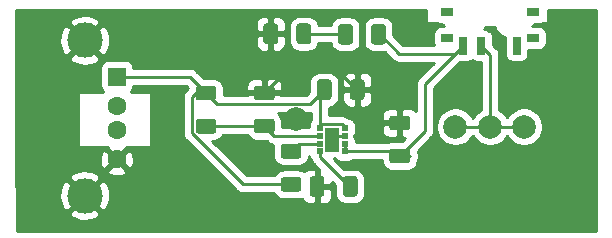
<source format=gbr>
%TF.GenerationSoftware,KiCad,Pcbnew,(5.1.6)-1*%
%TF.CreationDate,2021-03-22T01:22:11+02:00*%
%TF.ProjectId,Yu_9V_charger,59755f39-565f-4636-9861-726765722e6b,rev?*%
%TF.SameCoordinates,Original*%
%TF.FileFunction,Copper,L1,Top*%
%TF.FilePolarity,Positive*%
%FSLAX46Y46*%
G04 Gerber Fmt 4.6, Leading zero omitted, Abs format (unit mm)*
G04 Created by KiCad (PCBNEW (5.1.6)-1) date 2021-03-22 01:22:11*
%MOMM*%
%LPD*%
G01*
G04 APERTURE LIST*
%TA.AperFunction,SMDPad,CuDef*%
%ADD10R,1.000000X0.800000*%
%TD*%
%TA.AperFunction,SMDPad,CuDef*%
%ADD11R,0.700000X1.500000*%
%TD*%
%TA.AperFunction,ViaPad*%
%ADD12C,0.300000*%
%TD*%
%TA.AperFunction,Conductor*%
%ADD13R,1.200000X2.000000*%
%TD*%
%TA.AperFunction,Conductor*%
%ADD14R,0.600000X0.500000*%
%TD*%
%TA.AperFunction,ComponentPad*%
%ADD15C,1.600000*%
%TD*%
%TA.AperFunction,ComponentPad*%
%ADD16R,1.500000X1.600000*%
%TD*%
%TA.AperFunction,ComponentPad*%
%ADD17C,3.000000*%
%TD*%
%TA.AperFunction,ViaPad*%
%ADD18C,2.000000*%
%TD*%
%TA.AperFunction,Conductor*%
%ADD19C,0.250000*%
%TD*%
%TA.AperFunction,Conductor*%
%ADD20C,0.254000*%
%TD*%
G04 APERTURE END LIST*
D10*
%TO.P,SWin1,*%
%TO.N,*%
X157210000Y-62880000D03*
X149910000Y-62880000D03*
X149910000Y-60670000D03*
X157210000Y-60670000D03*
D11*
%TO.P,SWin1,3*%
%TO.N,+9V*%
X151310000Y-63530000D03*
%TO.P,SWin1,2*%
%TO.N,-BATT*%
X152810000Y-63530000D03*
%TO.P,SWin1,1*%
%TO.N,Net-(SWin1-Pad1)*%
X155810000Y-63530000D03*
%TD*%
D12*
%TO.N,GND*%
%TO.C,U1*%
X140200000Y-70760000D03*
X140200000Y-71510000D03*
X140200000Y-72260000D03*
D13*
X140200000Y-71510000D03*
D14*
%TO.N,Net-(Css1-Pad1)*%
X139150000Y-72485000D03*
%TO.N,Net-(Rpg1-Pad2)*%
X139150000Y-71835000D03*
%TO.N,/REF*%
X139150000Y-71185000D03*
%TO.N,+5V*%
X139150000Y-70535000D03*
X141250000Y-70535000D03*
%TO.N,GND*%
X141250000Y-71185000D03*
%TO.N,+9V*%
X141250000Y-71835000D03*
X141250000Y-72485000D03*
%TD*%
%TO.P,Rpg1,2*%
%TO.N,Net-(Rpg1-Pad2)*%
%TA.AperFunction,SMDPad,CuDef*%
G36*
G01*
X137335000Y-73105000D02*
X136085000Y-73105000D01*
G75*
G02*
X135835000Y-72855000I0J250000D01*
G01*
X135835000Y-72105000D01*
G75*
G02*
X136085000Y-71855000I250000J0D01*
G01*
X137335000Y-71855000D01*
G75*
G02*
X137585000Y-72105000I0J-250000D01*
G01*
X137585000Y-72855000D01*
G75*
G02*
X137335000Y-73105000I-250000J0D01*
G01*
G37*
%TD.AperFunction*%
%TO.P,Rpg1,1*%
%TO.N,+5V*%
%TA.AperFunction,SMDPad,CuDef*%
G36*
G01*
X137335000Y-75905000D02*
X136085000Y-75905000D01*
G75*
G02*
X135835000Y-75655000I0J250000D01*
G01*
X135835000Y-74905000D01*
G75*
G02*
X136085000Y-74655000I250000J0D01*
G01*
X137335000Y-74655000D01*
G75*
G02*
X137585000Y-74905000I0J-250000D01*
G01*
X137585000Y-75655000D01*
G75*
G02*
X137335000Y-75905000I-250000J0D01*
G01*
G37*
%TD.AperFunction*%
%TD*%
%TO.P,Rled1,2*%
%TO.N,Net-(Don1-Pad2)*%
%TA.AperFunction,SMDPad,CuDef*%
G36*
G01*
X141945000Y-61945000D02*
X141945000Y-63195000D01*
G75*
G02*
X141695000Y-63445000I-250000J0D01*
G01*
X140945000Y-63445000D01*
G75*
G02*
X140695000Y-63195000I0J250000D01*
G01*
X140695000Y-61945000D01*
G75*
G02*
X140945000Y-61695000I250000J0D01*
G01*
X141695000Y-61695000D01*
G75*
G02*
X141945000Y-61945000I0J-250000D01*
G01*
G37*
%TD.AperFunction*%
%TO.P,Rled1,1*%
%TO.N,+9V*%
%TA.AperFunction,SMDPad,CuDef*%
G36*
G01*
X144745000Y-61945000D02*
X144745000Y-63195000D01*
G75*
G02*
X144495000Y-63445000I-250000J0D01*
G01*
X143745000Y-63445000D01*
G75*
G02*
X143495000Y-63195000I0J250000D01*
G01*
X143495000Y-61945000D01*
G75*
G02*
X143745000Y-61695000I250000J0D01*
G01*
X144495000Y-61695000D01*
G75*
G02*
X144745000Y-61945000I0J-250000D01*
G01*
G37*
%TD.AperFunction*%
%TD*%
%TO.P,Rfbt1,2*%
%TO.N,/REF*%
%TA.AperFunction,SMDPad,CuDef*%
G36*
G01*
X128885000Y-69725000D02*
X130135000Y-69725000D01*
G75*
G02*
X130385000Y-69975000I0J-250000D01*
G01*
X130385000Y-70725000D01*
G75*
G02*
X130135000Y-70975000I-250000J0D01*
G01*
X128885000Y-70975000D01*
G75*
G02*
X128635000Y-70725000I0J250000D01*
G01*
X128635000Y-69975000D01*
G75*
G02*
X128885000Y-69725000I250000J0D01*
G01*
G37*
%TD.AperFunction*%
%TO.P,Rfbt1,1*%
%TO.N,+5V*%
%TA.AperFunction,SMDPad,CuDef*%
G36*
G01*
X128885000Y-66925000D02*
X130135000Y-66925000D01*
G75*
G02*
X130385000Y-67175000I0J-250000D01*
G01*
X130385000Y-67925000D01*
G75*
G02*
X130135000Y-68175000I-250000J0D01*
G01*
X128885000Y-68175000D01*
G75*
G02*
X128635000Y-67925000I0J250000D01*
G01*
X128635000Y-67175000D01*
G75*
G02*
X128885000Y-66925000I250000J0D01*
G01*
G37*
%TD.AperFunction*%
%TD*%
%TO.P,Rfbb1,2*%
%TO.N,GND*%
%TA.AperFunction,SMDPad,CuDef*%
G36*
G01*
X135075000Y-68165000D02*
X133825000Y-68165000D01*
G75*
G02*
X133575000Y-67915000I0J250000D01*
G01*
X133575000Y-67165000D01*
G75*
G02*
X133825000Y-66915000I250000J0D01*
G01*
X135075000Y-66915000D01*
G75*
G02*
X135325000Y-67165000I0J-250000D01*
G01*
X135325000Y-67915000D01*
G75*
G02*
X135075000Y-68165000I-250000J0D01*
G01*
G37*
%TD.AperFunction*%
%TO.P,Rfbb1,1*%
%TO.N,/REF*%
%TA.AperFunction,SMDPad,CuDef*%
G36*
G01*
X135075000Y-70965000D02*
X133825000Y-70965000D01*
G75*
G02*
X133575000Y-70715000I0J250000D01*
G01*
X133575000Y-69965000D01*
G75*
G02*
X133825000Y-69715000I250000J0D01*
G01*
X135075000Y-69715000D01*
G75*
G02*
X135325000Y-69965000I0J-250000D01*
G01*
X135325000Y-70715000D01*
G75*
G02*
X135075000Y-70965000I-250000J0D01*
G01*
G37*
%TD.AperFunction*%
%TD*%
D15*
%TO.P,Jout1,4*%
%TO.N,GND*%
X121960000Y-73160000D03*
%TO.P,Jout1,3*%
%TO.N,Net-(Jout1-Pad3)*%
X121960000Y-70660000D03*
%TO.P,Jout1,2*%
%TO.N,Net-(Jout1-Pad2)*%
X121960000Y-68660000D03*
D16*
%TO.P,Jout1,1*%
%TO.N,+5V*%
X121960000Y-66160000D03*
D17*
%TO.P,Jout1,5*%
%TO.N,GND*%
X119250000Y-76230000D03*
X119250000Y-63090000D03*
%TD*%
%TO.P,Don1,2*%
%TO.N,Net-(Don1-Pad2)*%
%TA.AperFunction,SMDPad,CuDef*%
G36*
G01*
X137165000Y-63155000D02*
X137165000Y-61905000D01*
G75*
G02*
X137415000Y-61655000I250000J0D01*
G01*
X138165000Y-61655000D01*
G75*
G02*
X138415000Y-61905000I0J-250000D01*
G01*
X138415000Y-63155000D01*
G75*
G02*
X138165000Y-63405000I-250000J0D01*
G01*
X137415000Y-63405000D01*
G75*
G02*
X137165000Y-63155000I0J250000D01*
G01*
G37*
%TD.AperFunction*%
%TO.P,Don1,1*%
%TO.N,GND*%
%TA.AperFunction,SMDPad,CuDef*%
G36*
G01*
X134365000Y-63155000D02*
X134365000Y-61905000D01*
G75*
G02*
X134615000Y-61655000I250000J0D01*
G01*
X135365000Y-61655000D01*
G75*
G02*
X135615000Y-61905000I0J-250000D01*
G01*
X135615000Y-63155000D01*
G75*
G02*
X135365000Y-63405000I-250000J0D01*
G01*
X134615000Y-63405000D01*
G75*
G02*
X134365000Y-63155000I0J250000D01*
G01*
G37*
%TD.AperFunction*%
%TD*%
%TO.P,Css1,2*%
%TO.N,GND*%
%TA.AperFunction,SMDPad,CuDef*%
G36*
G01*
X139545000Y-74825000D02*
X139545000Y-76075000D01*
G75*
G02*
X139295000Y-76325000I-250000J0D01*
G01*
X138545000Y-76325000D01*
G75*
G02*
X138295000Y-76075000I0J250000D01*
G01*
X138295000Y-74825000D01*
G75*
G02*
X138545000Y-74575000I250000J0D01*
G01*
X139295000Y-74575000D01*
G75*
G02*
X139545000Y-74825000I0J-250000D01*
G01*
G37*
%TD.AperFunction*%
%TO.P,Css1,1*%
%TO.N,Net-(Css1-Pad1)*%
%TA.AperFunction,SMDPad,CuDef*%
G36*
G01*
X142345000Y-74825000D02*
X142345000Y-76075000D01*
G75*
G02*
X142095000Y-76325000I-250000J0D01*
G01*
X141345000Y-76325000D01*
G75*
G02*
X141095000Y-76075000I0J250000D01*
G01*
X141095000Y-74825000D01*
G75*
G02*
X141345000Y-74575000I250000J0D01*
G01*
X142095000Y-74575000D01*
G75*
G02*
X142345000Y-74825000I0J-250000D01*
G01*
G37*
%TD.AperFunction*%
%TD*%
%TO.P,Cout1,2*%
%TO.N,GND*%
%TA.AperFunction,SMDPad,CuDef*%
G36*
G01*
X141695000Y-67885000D02*
X141695000Y-66635000D01*
G75*
G02*
X141945000Y-66385000I250000J0D01*
G01*
X142695000Y-66385000D01*
G75*
G02*
X142945000Y-66635000I0J-250000D01*
G01*
X142945000Y-67885000D01*
G75*
G02*
X142695000Y-68135000I-250000J0D01*
G01*
X141945000Y-68135000D01*
G75*
G02*
X141695000Y-67885000I0J250000D01*
G01*
G37*
%TD.AperFunction*%
%TO.P,Cout1,1*%
%TO.N,+5V*%
%TA.AperFunction,SMDPad,CuDef*%
G36*
G01*
X138895000Y-67885000D02*
X138895000Y-66635000D01*
G75*
G02*
X139145000Y-66385000I250000J0D01*
G01*
X139895000Y-66385000D01*
G75*
G02*
X140145000Y-66635000I0J-250000D01*
G01*
X140145000Y-67885000D01*
G75*
G02*
X139895000Y-68135000I-250000J0D01*
G01*
X139145000Y-68135000D01*
G75*
G02*
X138895000Y-67885000I0J250000D01*
G01*
G37*
%TD.AperFunction*%
%TD*%
%TO.P,Cin1,2*%
%TO.N,GND*%
%TA.AperFunction,SMDPad,CuDef*%
G36*
G01*
X146545000Y-70705000D02*
X145295000Y-70705000D01*
G75*
G02*
X145045000Y-70455000I0J250000D01*
G01*
X145045000Y-69705000D01*
G75*
G02*
X145295000Y-69455000I250000J0D01*
G01*
X146545000Y-69455000D01*
G75*
G02*
X146795000Y-69705000I0J-250000D01*
G01*
X146795000Y-70455000D01*
G75*
G02*
X146545000Y-70705000I-250000J0D01*
G01*
G37*
%TD.AperFunction*%
%TO.P,Cin1,1*%
%TO.N,+9V*%
%TA.AperFunction,SMDPad,CuDef*%
G36*
G01*
X146545000Y-73505000D02*
X145295000Y-73505000D01*
G75*
G02*
X145045000Y-73255000I0J250000D01*
G01*
X145045000Y-72505000D01*
G75*
G02*
X145295000Y-72255000I250000J0D01*
G01*
X146545000Y-72255000D01*
G75*
G02*
X146795000Y-72505000I0J-250000D01*
G01*
X146795000Y-73255000D01*
G75*
G02*
X146545000Y-73505000I-250000J0D01*
G01*
G37*
%TD.AperFunction*%
%TD*%
D18*
%TO.N,GND*%
X137090000Y-69770000D03*
X143280000Y-70190000D03*
%TO.N,-BATT*%
X156430000Y-70390000D03*
X153580000Y-70390000D03*
X150630000Y-70400000D03*
%TD*%
D19*
%TO.N,GND*%
X142320000Y-67260000D02*
X143100000Y-67260000D01*
X141250000Y-71160000D02*
X141299999Y-71110001D01*
X141250000Y-71185000D02*
X141250000Y-71160000D01*
X134450000Y-67540000D02*
X136660000Y-65330000D01*
X140390000Y-65330000D02*
X142320000Y-67260000D01*
X136660000Y-65330000D02*
X140390000Y-65330000D01*
X140525000Y-71185000D02*
X140200000Y-71510000D01*
X141250000Y-71185000D02*
X140525000Y-71185000D01*
X119260000Y-63100000D02*
X119250000Y-63090000D01*
X119250000Y-75870000D02*
X119250000Y-76230000D01*
%TO.N,+9V*%
X141250000Y-71835000D02*
X141250000Y-72485000D01*
X145525000Y-72485000D02*
X145920000Y-72880000D01*
X141250000Y-72485000D02*
X145525000Y-72485000D01*
X145920000Y-72880000D02*
X146795000Y-72880000D01*
X148060000Y-66780000D02*
X148060000Y-70740000D01*
X148060000Y-70740000D02*
X145920000Y-72880000D01*
X144120000Y-62570000D02*
X144210000Y-62570000D01*
X145860000Y-64220000D02*
X150620000Y-64220000D01*
X144210000Y-62570000D02*
X145860000Y-64220000D01*
X151310000Y-63530000D02*
X150620000Y-64220000D01*
X150620000Y-64220000D02*
X148060000Y-66780000D01*
%TO.N,+5V*%
X141060001Y-70184999D02*
X139339999Y-70184999D01*
X139339999Y-70184999D02*
X139150000Y-70374998D01*
X141250000Y-70374998D02*
X141060001Y-70184999D01*
X139150000Y-70374998D02*
X139150000Y-70535000D01*
X141250000Y-70535000D02*
X141250000Y-70374998D01*
X139150000Y-67630000D02*
X139520000Y-67260000D01*
X139150000Y-70535000D02*
X139150000Y-67630000D01*
X132626810Y-75280000D02*
X136710000Y-75280000D01*
X128309990Y-67875010D02*
X128309990Y-70963180D01*
X128635000Y-67550000D02*
X128309990Y-67875010D01*
X128309990Y-70963180D02*
X132626810Y-75280000D01*
X129510000Y-67550000D02*
X128635000Y-67550000D01*
X121970000Y-66150000D02*
X121960000Y-66160000D01*
X138289990Y-68490010D02*
X130450010Y-68490010D01*
X139520000Y-67260000D02*
X138289990Y-68490010D01*
X130450010Y-68490010D02*
X129510000Y-67550000D01*
X128120000Y-66160000D02*
X121960000Y-66160000D01*
X129510000Y-67550000D02*
X128120000Y-66160000D01*
%TO.N,Net-(Css1-Pad1)*%
X141615000Y-75450000D02*
X141720000Y-75450000D01*
X139150000Y-72985000D02*
X141615000Y-75450000D01*
X139150000Y-72485000D02*
X139150000Y-72985000D01*
%TO.N,Net-(Don1-Pad2)*%
X137830000Y-62570000D02*
X137790000Y-62530000D01*
X141320000Y-62570000D02*
X137830000Y-62570000D01*
%TO.N,Net-(Rpg1-Pad2)*%
X137355000Y-71835000D02*
X139150000Y-71835000D01*
X136710000Y-72480000D02*
X137355000Y-71835000D01*
%TO.N,-BATT*%
X153560000Y-70370000D02*
X153580000Y-70390000D01*
X156430000Y-70390000D02*
X153580000Y-70390000D01*
X150640000Y-70390000D02*
X150630000Y-70400000D01*
X153580000Y-70390000D02*
X150640000Y-70390000D01*
X153580000Y-64300000D02*
X152810000Y-63530000D01*
X153580000Y-70390000D02*
X153580000Y-64300000D01*
%TO.N,/REF*%
X134440000Y-70350000D02*
X134450000Y-70340000D01*
X129510000Y-70350000D02*
X134440000Y-70350000D01*
X135295000Y-71185000D02*
X139150000Y-71185000D01*
X134450000Y-70340000D02*
X135295000Y-71185000D01*
%TD*%
D20*
%TO.N,GND*%
G36*
X148097193Y-61455827D02*
G01*
X148099333Y-61480631D01*
X148106271Y-61504541D01*
X148117740Y-61526638D01*
X148133300Y-61546074D01*
X148152352Y-61562100D01*
X148174165Y-61574101D01*
X148197900Y-61581616D01*
X148224184Y-61584366D01*
X149035802Y-61584366D01*
X149055506Y-61600537D01*
X149165820Y-61659502D01*
X149285518Y-61695812D01*
X149401109Y-61707196D01*
X149557693Y-61788769D01*
X149613148Y-61811081D01*
X149668366Y-61834199D01*
X149677192Y-61836849D01*
X149694541Y-61841928D01*
X149410000Y-61841928D01*
X149285518Y-61854188D01*
X149165820Y-61890498D01*
X149055506Y-61949463D01*
X148958815Y-62028815D01*
X148879463Y-62125506D01*
X148820498Y-62235820D01*
X148784188Y-62355518D01*
X148771928Y-62480000D01*
X148771928Y-63280000D01*
X148784188Y-63404482D01*
X148801029Y-63460000D01*
X146174803Y-63460000D01*
X145383072Y-62668270D01*
X145383072Y-61945000D01*
X145366008Y-61771746D01*
X145315472Y-61605150D01*
X145233405Y-61451614D01*
X145122962Y-61317038D01*
X144988386Y-61206595D01*
X144834850Y-61124528D01*
X144668254Y-61073992D01*
X144495000Y-61056928D01*
X143745000Y-61056928D01*
X143571746Y-61073992D01*
X143405150Y-61124528D01*
X143251614Y-61206595D01*
X143117038Y-61317038D01*
X143006595Y-61451614D01*
X142924528Y-61605150D01*
X142873992Y-61771746D01*
X142856928Y-61945000D01*
X142856928Y-63195000D01*
X142873992Y-63368254D01*
X142924528Y-63534850D01*
X143006595Y-63688386D01*
X143117038Y-63822962D01*
X143251614Y-63933405D01*
X143405150Y-64015472D01*
X143571746Y-64066008D01*
X143745000Y-64083072D01*
X144495000Y-64083072D01*
X144634528Y-64069330D01*
X145296205Y-64731008D01*
X145319999Y-64760001D01*
X145348992Y-64783795D01*
X145348996Y-64783799D01*
X145381577Y-64810537D01*
X145435724Y-64854974D01*
X145567753Y-64925546D01*
X145711014Y-64969003D01*
X145822667Y-64980000D01*
X145822676Y-64980000D01*
X145859999Y-64983676D01*
X145897322Y-64980000D01*
X148785199Y-64980000D01*
X147549003Y-66216196D01*
X147519999Y-66239999D01*
X147481486Y-66286928D01*
X147425026Y-66355724D01*
X147378779Y-66442246D01*
X147354454Y-66487754D01*
X147310997Y-66631015D01*
X147300000Y-66742668D01*
X147300000Y-66742678D01*
X147296324Y-66780000D01*
X147300000Y-66817323D01*
X147300001Y-69069390D01*
X147246185Y-69003815D01*
X147149494Y-68924463D01*
X147039180Y-68865498D01*
X146919482Y-68829188D01*
X146795000Y-68816928D01*
X146205750Y-68820000D01*
X146047000Y-68978750D01*
X146047000Y-69953000D01*
X146067000Y-69953000D01*
X146067000Y-70207000D01*
X146047000Y-70207000D01*
X146047000Y-71181250D01*
X146205750Y-71340000D01*
X146384268Y-71340931D01*
X146108271Y-71616928D01*
X145295000Y-71616928D01*
X145121746Y-71633992D01*
X144955150Y-71684528D01*
X144879432Y-71725000D01*
X142188072Y-71725000D01*
X142188072Y-71585000D01*
X142180367Y-71506766D01*
X142185000Y-71466750D01*
X142174525Y-71456275D01*
X142139502Y-71340820D01*
X142080537Y-71230506D01*
X142043191Y-71185000D01*
X142080537Y-71139494D01*
X142139502Y-71029180D01*
X142174525Y-70913725D01*
X142185000Y-70903250D01*
X142180367Y-70863234D01*
X142188072Y-70785000D01*
X142188072Y-70705000D01*
X144406928Y-70705000D01*
X144419188Y-70829482D01*
X144455498Y-70949180D01*
X144514463Y-71059494D01*
X144593815Y-71156185D01*
X144690506Y-71235537D01*
X144800820Y-71294502D01*
X144920518Y-71330812D01*
X145045000Y-71343072D01*
X145634250Y-71340000D01*
X145793000Y-71181250D01*
X145793000Y-70207000D01*
X144568750Y-70207000D01*
X144410000Y-70365750D01*
X144406928Y-70705000D01*
X142188072Y-70705000D01*
X142188072Y-70285000D01*
X142175812Y-70160518D01*
X142139502Y-70040820D01*
X142080537Y-69930506D01*
X142001185Y-69833815D01*
X141904494Y-69754463D01*
X141794180Y-69695498D01*
X141674482Y-69659188D01*
X141606122Y-69652455D01*
X141600002Y-69644998D01*
X141484277Y-69550025D01*
X141352248Y-69479453D01*
X141271636Y-69455000D01*
X144406928Y-69455000D01*
X144410000Y-69794250D01*
X144568750Y-69953000D01*
X145793000Y-69953000D01*
X145793000Y-68978750D01*
X145634250Y-68820000D01*
X145045000Y-68816928D01*
X144920518Y-68829188D01*
X144800820Y-68865498D01*
X144690506Y-68924463D01*
X144593815Y-69003815D01*
X144514463Y-69100506D01*
X144455498Y-69210820D01*
X144419188Y-69330518D01*
X144406928Y-69455000D01*
X141271636Y-69455000D01*
X141208987Y-69435996D01*
X141097334Y-69424999D01*
X141097323Y-69424999D01*
X141060001Y-69421323D01*
X141022679Y-69424999D01*
X139910000Y-69424999D01*
X139910000Y-68771595D01*
X140068254Y-68756008D01*
X140234850Y-68705472D01*
X140388386Y-68623405D01*
X140522962Y-68512962D01*
X140633405Y-68378386D01*
X140715472Y-68224850D01*
X140742727Y-68135000D01*
X141056928Y-68135000D01*
X141069188Y-68259482D01*
X141105498Y-68379180D01*
X141164463Y-68489494D01*
X141243815Y-68586185D01*
X141340506Y-68665537D01*
X141450820Y-68724502D01*
X141570518Y-68760812D01*
X141695000Y-68773072D01*
X142034250Y-68770000D01*
X142193000Y-68611250D01*
X142193000Y-67387000D01*
X142447000Y-67387000D01*
X142447000Y-68611250D01*
X142605750Y-68770000D01*
X142945000Y-68773072D01*
X143069482Y-68760812D01*
X143189180Y-68724502D01*
X143299494Y-68665537D01*
X143396185Y-68586185D01*
X143475537Y-68489494D01*
X143534502Y-68379180D01*
X143570812Y-68259482D01*
X143583072Y-68135000D01*
X143580000Y-67545750D01*
X143421250Y-67387000D01*
X142447000Y-67387000D01*
X142193000Y-67387000D01*
X141218750Y-67387000D01*
X141060000Y-67545750D01*
X141056928Y-68135000D01*
X140742727Y-68135000D01*
X140766008Y-68058254D01*
X140783072Y-67885000D01*
X140783072Y-66635000D01*
X140766008Y-66461746D01*
X140742728Y-66385000D01*
X141056928Y-66385000D01*
X141060000Y-66974250D01*
X141218750Y-67133000D01*
X142193000Y-67133000D01*
X142193000Y-65908750D01*
X142447000Y-65908750D01*
X142447000Y-67133000D01*
X143421250Y-67133000D01*
X143580000Y-66974250D01*
X143583072Y-66385000D01*
X143570812Y-66260518D01*
X143534502Y-66140820D01*
X143475537Y-66030506D01*
X143396185Y-65933815D01*
X143299494Y-65854463D01*
X143189180Y-65795498D01*
X143069482Y-65759188D01*
X142945000Y-65746928D01*
X142605750Y-65750000D01*
X142447000Y-65908750D01*
X142193000Y-65908750D01*
X142034250Y-65750000D01*
X141695000Y-65746928D01*
X141570518Y-65759188D01*
X141450820Y-65795498D01*
X141340506Y-65854463D01*
X141243815Y-65933815D01*
X141164463Y-66030506D01*
X141105498Y-66140820D01*
X141069188Y-66260518D01*
X141056928Y-66385000D01*
X140742728Y-66385000D01*
X140715472Y-66295150D01*
X140633405Y-66141614D01*
X140522962Y-66007038D01*
X140388386Y-65896595D01*
X140234850Y-65814528D01*
X140068254Y-65763992D01*
X139895000Y-65746928D01*
X139145000Y-65746928D01*
X138971746Y-65763992D01*
X138805150Y-65814528D01*
X138651614Y-65896595D01*
X138517038Y-66007038D01*
X138406595Y-66141614D01*
X138324528Y-66295150D01*
X138273992Y-66461746D01*
X138256928Y-66635000D01*
X138256928Y-67448271D01*
X137975189Y-67730010D01*
X135864260Y-67730010D01*
X135801250Y-67667000D01*
X134577000Y-67667000D01*
X134577000Y-67687000D01*
X134323000Y-67687000D01*
X134323000Y-67667000D01*
X133098750Y-67667000D01*
X133035740Y-67730010D01*
X131023072Y-67730010D01*
X131023072Y-67175000D01*
X131006008Y-67001746D01*
X130979695Y-66915000D01*
X132936928Y-66915000D01*
X132940000Y-67254250D01*
X133098750Y-67413000D01*
X134323000Y-67413000D01*
X134323000Y-66438750D01*
X134577000Y-66438750D01*
X134577000Y-67413000D01*
X135801250Y-67413000D01*
X135960000Y-67254250D01*
X135963072Y-66915000D01*
X135950812Y-66790518D01*
X135914502Y-66670820D01*
X135855537Y-66560506D01*
X135776185Y-66463815D01*
X135679494Y-66384463D01*
X135569180Y-66325498D01*
X135449482Y-66289188D01*
X135325000Y-66276928D01*
X134735750Y-66280000D01*
X134577000Y-66438750D01*
X134323000Y-66438750D01*
X134164250Y-66280000D01*
X133575000Y-66276928D01*
X133450518Y-66289188D01*
X133330820Y-66325498D01*
X133220506Y-66384463D01*
X133123815Y-66463815D01*
X133044463Y-66560506D01*
X132985498Y-66670820D01*
X132949188Y-66790518D01*
X132936928Y-66915000D01*
X130979695Y-66915000D01*
X130955472Y-66835150D01*
X130873405Y-66681614D01*
X130762962Y-66547038D01*
X130628386Y-66436595D01*
X130474850Y-66354528D01*
X130308254Y-66303992D01*
X130135000Y-66286928D01*
X129321729Y-66286928D01*
X128683804Y-65649003D01*
X128660001Y-65619999D01*
X128544276Y-65525026D01*
X128412247Y-65454454D01*
X128268986Y-65410997D01*
X128157333Y-65400000D01*
X128157322Y-65400000D01*
X128120000Y-65396324D01*
X128082678Y-65400000D01*
X123348072Y-65400000D01*
X123348072Y-65360000D01*
X123335812Y-65235518D01*
X123299502Y-65115820D01*
X123240537Y-65005506D01*
X123161185Y-64908815D01*
X123064494Y-64829463D01*
X122954180Y-64770498D01*
X122834482Y-64734188D01*
X122710000Y-64721928D01*
X121210000Y-64721928D01*
X121085518Y-64734188D01*
X120965820Y-64770498D01*
X120855506Y-64829463D01*
X120758815Y-64908815D01*
X120679463Y-65005506D01*
X120620498Y-65115820D01*
X120584188Y-65235518D01*
X120571928Y-65360000D01*
X120571928Y-66960000D01*
X120584188Y-67084482D01*
X120620498Y-67204180D01*
X120679463Y-67314494D01*
X120758815Y-67411185D01*
X120773212Y-67423000D01*
X118810000Y-67423000D01*
X118785224Y-67425440D01*
X118761399Y-67432667D01*
X118739443Y-67444403D01*
X118720197Y-67460197D01*
X118704403Y-67479443D01*
X118692667Y-67501399D01*
X118685440Y-67525224D01*
X118683000Y-67550000D01*
X118683000Y-71950000D01*
X118685440Y-71974776D01*
X118692667Y-71998601D01*
X118704403Y-72020557D01*
X118720197Y-72039803D01*
X118739443Y-72055597D01*
X118761399Y-72067333D01*
X118785224Y-72074560D01*
X118810000Y-72077000D01*
X121173397Y-72077000D01*
X121146903Y-72167298D01*
X121960000Y-72980395D01*
X122773097Y-72167298D01*
X122746603Y-72077000D01*
X124730000Y-72077000D01*
X124754776Y-72074560D01*
X124778601Y-72067333D01*
X124800557Y-72055597D01*
X124819803Y-72039803D01*
X124835597Y-72020557D01*
X124847333Y-71998601D01*
X124854560Y-71974776D01*
X124857000Y-71950000D01*
X124857000Y-67550000D01*
X124854560Y-67525224D01*
X124847333Y-67501399D01*
X124835597Y-67479443D01*
X124819803Y-67460197D01*
X124800557Y-67444403D01*
X124778601Y-67432667D01*
X124754776Y-67425440D01*
X124730000Y-67423000D01*
X123146788Y-67423000D01*
X123161185Y-67411185D01*
X123240537Y-67314494D01*
X123299502Y-67204180D01*
X123335812Y-67084482D01*
X123348072Y-66960000D01*
X123348072Y-66920000D01*
X127805199Y-66920000D01*
X127997699Y-67112500D01*
X127798993Y-67311206D01*
X127769989Y-67335009D01*
X127726238Y-67388320D01*
X127675016Y-67450734D01*
X127624229Y-67545750D01*
X127604444Y-67582764D01*
X127560987Y-67726025D01*
X127549990Y-67837678D01*
X127549990Y-67837688D01*
X127546314Y-67875010D01*
X127549990Y-67912333D01*
X127549991Y-70925848D01*
X127546314Y-70963180D01*
X127549991Y-71000513D01*
X127560988Y-71112166D01*
X127569129Y-71139003D01*
X127604444Y-71255426D01*
X127675016Y-71387456D01*
X127746191Y-71474182D01*
X127769990Y-71503181D01*
X127798988Y-71526979D01*
X132063015Y-75791008D01*
X132086809Y-75820001D01*
X132115802Y-75843795D01*
X132115806Y-75843799D01*
X132152942Y-75874275D01*
X132202534Y-75914974D01*
X132334563Y-75985546D01*
X132477824Y-76029003D01*
X132589477Y-76040000D01*
X132589486Y-76040000D01*
X132626809Y-76043676D01*
X132664132Y-76040000D01*
X135288661Y-76040000D01*
X135346595Y-76148386D01*
X135457038Y-76282962D01*
X135591614Y-76393405D01*
X135745150Y-76475472D01*
X135911746Y-76526008D01*
X136085000Y-76543072D01*
X137335000Y-76543072D01*
X137508254Y-76526008D01*
X137674850Y-76475472D01*
X137676762Y-76474450D01*
X137705498Y-76569180D01*
X137764463Y-76679494D01*
X137843815Y-76776185D01*
X137940506Y-76855537D01*
X138050820Y-76914502D01*
X138170518Y-76950812D01*
X138295000Y-76963072D01*
X138634250Y-76960000D01*
X138793000Y-76801250D01*
X138793000Y-75577000D01*
X139047000Y-75577000D01*
X139047000Y-76801250D01*
X139205750Y-76960000D01*
X139545000Y-76963072D01*
X139669482Y-76950812D01*
X139789180Y-76914502D01*
X139899494Y-76855537D01*
X139996185Y-76776185D01*
X140075537Y-76679494D01*
X140134502Y-76569180D01*
X140170812Y-76449482D01*
X140183072Y-76325000D01*
X140180000Y-75735750D01*
X140021250Y-75577000D01*
X139047000Y-75577000D01*
X138793000Y-75577000D01*
X138773000Y-75577000D01*
X138773000Y-75323000D01*
X138793000Y-75323000D01*
X138793000Y-74098750D01*
X138634250Y-73940000D01*
X138295000Y-73936928D01*
X138170518Y-73949188D01*
X138050820Y-73985498D01*
X137940506Y-74044463D01*
X137843815Y-74123815D01*
X137814707Y-74159283D01*
X137674850Y-74084528D01*
X137508254Y-74033992D01*
X137335000Y-74016928D01*
X136085000Y-74016928D01*
X135911746Y-74033992D01*
X135745150Y-74084528D01*
X135591614Y-74166595D01*
X135457038Y-74277038D01*
X135346595Y-74411614D01*
X135288661Y-74520000D01*
X132941613Y-74520000D01*
X130034684Y-71613072D01*
X130135000Y-71613072D01*
X130308254Y-71596008D01*
X130474850Y-71545472D01*
X130628386Y-71463405D01*
X130762962Y-71352962D01*
X130873405Y-71218386D01*
X130931339Y-71110000D01*
X133034006Y-71110000D01*
X133086595Y-71208386D01*
X133197038Y-71342962D01*
X133331614Y-71453405D01*
X133485150Y-71535472D01*
X133651746Y-71586008D01*
X133825000Y-71603072D01*
X134638269Y-71603072D01*
X134731205Y-71696008D01*
X134754999Y-71725001D01*
X134783992Y-71748795D01*
X134783996Y-71748799D01*
X134821350Y-71779454D01*
X134870724Y-71819974D01*
X135002753Y-71890546D01*
X135146014Y-71934003D01*
X135213119Y-71940612D01*
X135196928Y-72105000D01*
X135196928Y-72855000D01*
X135213992Y-73028254D01*
X135264528Y-73194850D01*
X135346595Y-73348386D01*
X135457038Y-73482962D01*
X135591614Y-73593405D01*
X135745150Y-73675472D01*
X135911746Y-73726008D01*
X136085000Y-73743072D01*
X137335000Y-73743072D01*
X137508254Y-73726008D01*
X137674850Y-73675472D01*
X137828386Y-73593405D01*
X137962962Y-73482962D01*
X138073405Y-73348386D01*
X138155472Y-73194850D01*
X138206008Y-73028254D01*
X138223072Y-72855000D01*
X138223072Y-72848151D01*
X138224188Y-72859482D01*
X138260498Y-72979180D01*
X138319463Y-73089494D01*
X138398815Y-73186185D01*
X138422803Y-73205871D01*
X138444454Y-73277247D01*
X138515026Y-73409276D01*
X138610000Y-73525001D01*
X138638998Y-73548799D01*
X139117974Y-74027776D01*
X139047000Y-74098750D01*
X139047000Y-75323000D01*
X140021250Y-75323000D01*
X140180000Y-75164250D01*
X140180386Y-75090188D01*
X140456928Y-75366730D01*
X140456928Y-76075000D01*
X140473992Y-76248254D01*
X140524528Y-76414850D01*
X140606595Y-76568386D01*
X140717038Y-76702962D01*
X140851614Y-76813405D01*
X141005150Y-76895472D01*
X141171746Y-76946008D01*
X141345000Y-76963072D01*
X142095000Y-76963072D01*
X142268254Y-76946008D01*
X142434850Y-76895472D01*
X142588386Y-76813405D01*
X142722962Y-76702962D01*
X142833405Y-76568386D01*
X142915472Y-76414850D01*
X142966008Y-76248254D01*
X142983072Y-76075000D01*
X142983072Y-74825000D01*
X142966008Y-74651746D01*
X142915472Y-74485150D01*
X142833405Y-74331614D01*
X142722962Y-74197038D01*
X142588386Y-74086595D01*
X142434850Y-74004528D01*
X142268254Y-73953992D01*
X142095000Y-73936928D01*
X141345000Y-73936928D01*
X141191817Y-73952015D01*
X140327002Y-73087201D01*
X140327002Y-73036841D01*
X140346059Y-73035158D01*
X140369156Y-73028406D01*
X140407083Y-73066333D01*
X140419463Y-73089494D01*
X140498815Y-73186185D01*
X140595506Y-73265537D01*
X140705820Y-73324502D01*
X140825518Y-73360812D01*
X140950000Y-73373072D01*
X141550000Y-73373072D01*
X141674482Y-73360812D01*
X141794180Y-73324502D01*
X141904494Y-73265537D01*
X141929518Y-73245000D01*
X144406928Y-73245000D01*
X144406928Y-73255000D01*
X144423992Y-73428254D01*
X144474528Y-73594850D01*
X144556595Y-73748386D01*
X144667038Y-73882962D01*
X144801614Y-73993405D01*
X144955150Y-74075472D01*
X145121746Y-74126008D01*
X145295000Y-74143072D01*
X146545000Y-74143072D01*
X146718254Y-74126008D01*
X146884850Y-74075472D01*
X147038386Y-73993405D01*
X147172962Y-73882962D01*
X147283405Y-73748386D01*
X147365472Y-73594850D01*
X147416008Y-73428254D01*
X147427979Y-73306706D01*
X147429974Y-73304276D01*
X147500546Y-73172247D01*
X147544003Y-73028986D01*
X147558677Y-72880000D01*
X147544003Y-72731014D01*
X147500546Y-72587753D01*
X147429974Y-72455724D01*
X147427979Y-72453294D01*
X147427399Y-72447402D01*
X148571003Y-71303799D01*
X148600001Y-71280001D01*
X148637760Y-71233992D01*
X148694974Y-71164277D01*
X148765546Y-71032247D01*
X148767752Y-71024974D01*
X148809003Y-70888986D01*
X148820000Y-70777333D01*
X148820000Y-70777324D01*
X148823676Y-70740001D01*
X148820000Y-70702678D01*
X148820000Y-67094801D01*
X150996730Y-64918072D01*
X151660000Y-64918072D01*
X151784482Y-64905812D01*
X151904180Y-64869502D01*
X152014494Y-64810537D01*
X152060000Y-64773191D01*
X152105506Y-64810537D01*
X152215820Y-64869502D01*
X152335518Y-64905812D01*
X152460000Y-64918072D01*
X152820001Y-64918072D01*
X152820000Y-68935091D01*
X152805537Y-68941082D01*
X152537748Y-69120013D01*
X152310013Y-69347748D01*
X152131082Y-69615537D01*
X152125091Y-69630000D01*
X152080767Y-69630000D01*
X152078918Y-69625537D01*
X151899987Y-69357748D01*
X151672252Y-69130013D01*
X151404463Y-68951082D01*
X151106912Y-68827832D01*
X150791033Y-68765000D01*
X150468967Y-68765000D01*
X150153088Y-68827832D01*
X149855537Y-68951082D01*
X149587748Y-69130013D01*
X149360013Y-69357748D01*
X149181082Y-69625537D01*
X149057832Y-69923088D01*
X148995000Y-70238967D01*
X148995000Y-70561033D01*
X149057832Y-70876912D01*
X149181082Y-71174463D01*
X149360013Y-71442252D01*
X149587748Y-71669987D01*
X149855537Y-71848918D01*
X150153088Y-71972168D01*
X150468967Y-72035000D01*
X150791033Y-72035000D01*
X151106912Y-71972168D01*
X151404463Y-71848918D01*
X151672252Y-71669987D01*
X151899987Y-71442252D01*
X152078918Y-71174463D01*
X152089051Y-71150000D01*
X152125091Y-71150000D01*
X152131082Y-71164463D01*
X152310013Y-71432252D01*
X152537748Y-71659987D01*
X152805537Y-71838918D01*
X153103088Y-71962168D01*
X153418967Y-72025000D01*
X153741033Y-72025000D01*
X154056912Y-71962168D01*
X154354463Y-71838918D01*
X154622252Y-71659987D01*
X154849987Y-71432252D01*
X155005000Y-71200259D01*
X155160013Y-71432252D01*
X155387748Y-71659987D01*
X155655537Y-71838918D01*
X155953088Y-71962168D01*
X156268967Y-72025000D01*
X156591033Y-72025000D01*
X156906912Y-71962168D01*
X157204463Y-71838918D01*
X157472252Y-71659987D01*
X157699987Y-71432252D01*
X157878918Y-71164463D01*
X158002168Y-70866912D01*
X158065000Y-70551033D01*
X158065000Y-70228967D01*
X158002168Y-69913088D01*
X157878918Y-69615537D01*
X157699987Y-69347748D01*
X157472252Y-69120013D01*
X157204463Y-68941082D01*
X156906912Y-68817832D01*
X156591033Y-68755000D01*
X156268967Y-68755000D01*
X155953088Y-68817832D01*
X155655537Y-68941082D01*
X155387748Y-69120013D01*
X155160013Y-69347748D01*
X155005000Y-69579741D01*
X154849987Y-69347748D01*
X154622252Y-69120013D01*
X154354463Y-68941082D01*
X154340000Y-68935091D01*
X154340000Y-64337322D01*
X154343676Y-64299999D01*
X154340000Y-64262676D01*
X154340000Y-64262667D01*
X154329003Y-64151014D01*
X154285546Y-64007753D01*
X154214974Y-63875724D01*
X154198939Y-63856185D01*
X154143799Y-63788996D01*
X154143795Y-63788992D01*
X154120001Y-63759999D01*
X154091008Y-63736205D01*
X153798072Y-63443270D01*
X153798072Y-62780000D01*
X153785812Y-62655518D01*
X153749502Y-62535820D01*
X153690537Y-62425506D01*
X153611185Y-62328815D01*
X153514494Y-62249463D01*
X153404180Y-62190498D01*
X153284482Y-62154188D01*
X153160000Y-62141928D01*
X153080338Y-62141928D01*
X153103304Y-62086483D01*
X153130447Y-61950025D01*
X153989554Y-61950033D01*
X154016696Y-62086483D01*
X154098485Y-62283940D01*
X154217225Y-62461647D01*
X154368353Y-62612775D01*
X154546060Y-62731515D01*
X154743517Y-62813304D01*
X154821928Y-62828901D01*
X154821928Y-64280000D01*
X154834188Y-64404482D01*
X154870498Y-64524180D01*
X154929463Y-64634494D01*
X155008815Y-64731185D01*
X155105506Y-64810537D01*
X155215820Y-64869502D01*
X155335518Y-64905812D01*
X155460000Y-64918072D01*
X156160000Y-64918072D01*
X156284482Y-64905812D01*
X156404180Y-64869502D01*
X156514494Y-64810537D01*
X156611185Y-64731185D01*
X156690537Y-64634494D01*
X156749502Y-64524180D01*
X156785812Y-64404482D01*
X156798072Y-64280000D01*
X156798072Y-63918072D01*
X157710000Y-63918072D01*
X157834482Y-63905812D01*
X157954180Y-63869502D01*
X158064494Y-63810537D01*
X158161185Y-63731185D01*
X158240537Y-63634494D01*
X158299502Y-63524180D01*
X158335812Y-63404482D01*
X158348072Y-63280000D01*
X158348072Y-62480000D01*
X158335812Y-62355518D01*
X158299502Y-62235820D01*
X158240537Y-62125506D01*
X158161185Y-62028815D01*
X158064494Y-61949463D01*
X157954180Y-61890498D01*
X157834482Y-61854188D01*
X157710000Y-61841928D01*
X157119407Y-61841928D01*
X157165257Y-61826706D01*
X157173651Y-61822903D01*
X157388199Y-61723920D01*
X157415247Y-61708072D01*
X157710000Y-61708072D01*
X157834482Y-61695812D01*
X157954180Y-61659502D01*
X158064494Y-61600537D01*
X158084198Y-61584366D01*
X158304184Y-61584366D01*
X158328960Y-61581926D01*
X158352785Y-61574699D01*
X158374741Y-61562963D01*
X158393987Y-61547169D01*
X158409781Y-61527923D01*
X158421517Y-61505967D01*
X158428744Y-61482142D01*
X158431184Y-61457366D01*
X158431184Y-60503184D01*
X158452801Y-60500000D01*
X162509671Y-60500000D01*
X162500325Y-79190263D01*
X113478256Y-79209739D01*
X113474548Y-77721653D01*
X117937952Y-77721653D01*
X118093962Y-78037214D01*
X118468745Y-78228020D01*
X118873551Y-78342044D01*
X119292824Y-78374902D01*
X119710451Y-78325334D01*
X120110383Y-78195243D01*
X120406038Y-78037214D01*
X120562048Y-77721653D01*
X119250000Y-76409605D01*
X117937952Y-77721653D01*
X113474548Y-77721653D01*
X113470936Y-76272824D01*
X117105098Y-76272824D01*
X117154666Y-76690451D01*
X117284757Y-77090383D01*
X117442786Y-77386038D01*
X117758347Y-77542048D01*
X119070395Y-76230000D01*
X119429605Y-76230000D01*
X120741653Y-77542048D01*
X121057214Y-77386038D01*
X121248020Y-77011255D01*
X121362044Y-76606449D01*
X121394902Y-76187176D01*
X121345334Y-75769549D01*
X121215243Y-75369617D01*
X121057214Y-75073962D01*
X120741653Y-74917952D01*
X119429605Y-76230000D01*
X119070395Y-76230000D01*
X117758347Y-74917952D01*
X117442786Y-75073962D01*
X117251980Y-75448745D01*
X117137956Y-75853551D01*
X117105098Y-76272824D01*
X113470936Y-76272824D01*
X113467112Y-74738347D01*
X117937952Y-74738347D01*
X119250000Y-76050395D01*
X120562048Y-74738347D01*
X120406038Y-74422786D01*
X120031255Y-74231980D01*
X119749804Y-74152702D01*
X121146903Y-74152702D01*
X121218486Y-74396671D01*
X121473996Y-74517571D01*
X121748184Y-74586300D01*
X122030512Y-74600217D01*
X122310130Y-74558787D01*
X122576292Y-74463603D01*
X122701514Y-74396671D01*
X122773097Y-74152702D01*
X121960000Y-73339605D01*
X121146903Y-74152702D01*
X119749804Y-74152702D01*
X119626449Y-74117956D01*
X119207176Y-74085098D01*
X118789549Y-74134666D01*
X118389617Y-74264757D01*
X118093962Y-74422786D01*
X117937952Y-74738347D01*
X113467112Y-74738347D01*
X113463354Y-73230512D01*
X120519783Y-73230512D01*
X120561213Y-73510130D01*
X120656397Y-73776292D01*
X120723329Y-73901514D01*
X120967298Y-73973097D01*
X121780395Y-73160000D01*
X122139605Y-73160000D01*
X122952702Y-73973097D01*
X123196671Y-73901514D01*
X123317571Y-73646004D01*
X123386300Y-73371816D01*
X123400217Y-73089488D01*
X123358787Y-72809870D01*
X123263603Y-72543708D01*
X123196671Y-72418486D01*
X122952702Y-72346903D01*
X122139605Y-73160000D01*
X121780395Y-73160000D01*
X120967298Y-72346903D01*
X120723329Y-72418486D01*
X120602429Y-72673996D01*
X120533700Y-72948184D01*
X120519783Y-73230512D01*
X113463354Y-73230512D01*
X113441797Y-64581653D01*
X117937952Y-64581653D01*
X118093962Y-64897214D01*
X118468745Y-65088020D01*
X118873551Y-65202044D01*
X119292824Y-65234902D01*
X119710451Y-65185334D01*
X120110383Y-65055243D01*
X120406038Y-64897214D01*
X120562048Y-64581653D01*
X119250000Y-63269605D01*
X117937952Y-64581653D01*
X113441797Y-64581653D01*
X113438185Y-63132824D01*
X117105098Y-63132824D01*
X117154666Y-63550451D01*
X117284757Y-63950383D01*
X117442786Y-64246038D01*
X117758347Y-64402048D01*
X119070395Y-63090000D01*
X119429605Y-63090000D01*
X120741653Y-64402048D01*
X121057214Y-64246038D01*
X121248020Y-63871255D01*
X121362044Y-63466449D01*
X121366859Y-63405000D01*
X133726928Y-63405000D01*
X133739188Y-63529482D01*
X133775498Y-63649180D01*
X133834463Y-63759494D01*
X133913815Y-63856185D01*
X134010506Y-63935537D01*
X134120820Y-63994502D01*
X134240518Y-64030812D01*
X134365000Y-64043072D01*
X134704250Y-64040000D01*
X134863000Y-63881250D01*
X134863000Y-62657000D01*
X135117000Y-62657000D01*
X135117000Y-63881250D01*
X135275750Y-64040000D01*
X135615000Y-64043072D01*
X135739482Y-64030812D01*
X135859180Y-63994502D01*
X135969494Y-63935537D01*
X136066185Y-63856185D01*
X136145537Y-63759494D01*
X136204502Y-63649180D01*
X136240812Y-63529482D01*
X136253072Y-63405000D01*
X136250000Y-62815750D01*
X136091250Y-62657000D01*
X135117000Y-62657000D01*
X134863000Y-62657000D01*
X133888750Y-62657000D01*
X133730000Y-62815750D01*
X133726928Y-63405000D01*
X121366859Y-63405000D01*
X121394902Y-63047176D01*
X121345334Y-62629549D01*
X121215243Y-62229617D01*
X121057214Y-61933962D01*
X120741653Y-61777952D01*
X119429605Y-63090000D01*
X119070395Y-63090000D01*
X117758347Y-61777952D01*
X117442786Y-61933962D01*
X117251980Y-62308745D01*
X117137956Y-62713551D01*
X117105098Y-63132824D01*
X113438185Y-63132824D01*
X113434360Y-61598347D01*
X117937952Y-61598347D01*
X119250000Y-62910395D01*
X120505395Y-61655000D01*
X133726928Y-61655000D01*
X133730000Y-62244250D01*
X133888750Y-62403000D01*
X134863000Y-62403000D01*
X134863000Y-61178750D01*
X135117000Y-61178750D01*
X135117000Y-62403000D01*
X136091250Y-62403000D01*
X136250000Y-62244250D01*
X136251768Y-61905000D01*
X136526928Y-61905000D01*
X136526928Y-63155000D01*
X136543992Y-63328254D01*
X136594528Y-63494850D01*
X136676595Y-63648386D01*
X136787038Y-63782962D01*
X136921614Y-63893405D01*
X137075150Y-63975472D01*
X137241746Y-64026008D01*
X137415000Y-64043072D01*
X138165000Y-64043072D01*
X138338254Y-64026008D01*
X138504850Y-63975472D01*
X138658386Y-63893405D01*
X138792962Y-63782962D01*
X138903405Y-63648386D01*
X138985472Y-63494850D01*
X139035478Y-63330000D01*
X140070224Y-63330000D01*
X140073992Y-63368254D01*
X140124528Y-63534850D01*
X140206595Y-63688386D01*
X140317038Y-63822962D01*
X140451614Y-63933405D01*
X140605150Y-64015472D01*
X140771746Y-64066008D01*
X140945000Y-64083072D01*
X141695000Y-64083072D01*
X141868254Y-64066008D01*
X142034850Y-64015472D01*
X142188386Y-63933405D01*
X142322962Y-63822962D01*
X142433405Y-63688386D01*
X142515472Y-63534850D01*
X142566008Y-63368254D01*
X142583072Y-63195000D01*
X142583072Y-61945000D01*
X142566008Y-61771746D01*
X142515472Y-61605150D01*
X142433405Y-61451614D01*
X142322962Y-61317038D01*
X142188386Y-61206595D01*
X142034850Y-61124528D01*
X141868254Y-61073992D01*
X141695000Y-61056928D01*
X140945000Y-61056928D01*
X140771746Y-61073992D01*
X140605150Y-61124528D01*
X140451614Y-61206595D01*
X140317038Y-61317038D01*
X140206595Y-61451614D01*
X140124528Y-61605150D01*
X140073992Y-61771746D01*
X140070224Y-61810000D01*
X139043715Y-61810000D01*
X139036008Y-61731746D01*
X138985472Y-61565150D01*
X138903405Y-61411614D01*
X138792962Y-61277038D01*
X138658386Y-61166595D01*
X138504850Y-61084528D01*
X138338254Y-61033992D01*
X138165000Y-61016928D01*
X137415000Y-61016928D01*
X137241746Y-61033992D01*
X137075150Y-61084528D01*
X136921614Y-61166595D01*
X136787038Y-61277038D01*
X136676595Y-61411614D01*
X136594528Y-61565150D01*
X136543992Y-61731746D01*
X136526928Y-61905000D01*
X136251768Y-61905000D01*
X136253072Y-61655000D01*
X136240812Y-61530518D01*
X136204502Y-61410820D01*
X136145537Y-61300506D01*
X136066185Y-61203815D01*
X135969494Y-61124463D01*
X135859180Y-61065498D01*
X135739482Y-61029188D01*
X135615000Y-61016928D01*
X135275750Y-61020000D01*
X135117000Y-61178750D01*
X134863000Y-61178750D01*
X134704250Y-61020000D01*
X134365000Y-61016928D01*
X134240518Y-61029188D01*
X134120820Y-61065498D01*
X134010506Y-61124463D01*
X133913815Y-61203815D01*
X133834463Y-61300506D01*
X133775498Y-61410820D01*
X133739188Y-61530518D01*
X133726928Y-61655000D01*
X120505395Y-61655000D01*
X120562048Y-61598347D01*
X120406038Y-61282786D01*
X120031255Y-61091980D01*
X119626449Y-60977956D01*
X119207176Y-60945098D01*
X118789549Y-60994666D01*
X118389617Y-61124757D01*
X118093962Y-61282786D01*
X117937952Y-61598347D01*
X113434360Y-61598347D01*
X113431646Y-60509628D01*
X148108898Y-60490152D01*
X148097193Y-61455827D01*
G37*
X148097193Y-61455827D02*
X148099333Y-61480631D01*
X148106271Y-61504541D01*
X148117740Y-61526638D01*
X148133300Y-61546074D01*
X148152352Y-61562100D01*
X148174165Y-61574101D01*
X148197900Y-61581616D01*
X148224184Y-61584366D01*
X149035802Y-61584366D01*
X149055506Y-61600537D01*
X149165820Y-61659502D01*
X149285518Y-61695812D01*
X149401109Y-61707196D01*
X149557693Y-61788769D01*
X149613148Y-61811081D01*
X149668366Y-61834199D01*
X149677192Y-61836849D01*
X149694541Y-61841928D01*
X149410000Y-61841928D01*
X149285518Y-61854188D01*
X149165820Y-61890498D01*
X149055506Y-61949463D01*
X148958815Y-62028815D01*
X148879463Y-62125506D01*
X148820498Y-62235820D01*
X148784188Y-62355518D01*
X148771928Y-62480000D01*
X148771928Y-63280000D01*
X148784188Y-63404482D01*
X148801029Y-63460000D01*
X146174803Y-63460000D01*
X145383072Y-62668270D01*
X145383072Y-61945000D01*
X145366008Y-61771746D01*
X145315472Y-61605150D01*
X145233405Y-61451614D01*
X145122962Y-61317038D01*
X144988386Y-61206595D01*
X144834850Y-61124528D01*
X144668254Y-61073992D01*
X144495000Y-61056928D01*
X143745000Y-61056928D01*
X143571746Y-61073992D01*
X143405150Y-61124528D01*
X143251614Y-61206595D01*
X143117038Y-61317038D01*
X143006595Y-61451614D01*
X142924528Y-61605150D01*
X142873992Y-61771746D01*
X142856928Y-61945000D01*
X142856928Y-63195000D01*
X142873992Y-63368254D01*
X142924528Y-63534850D01*
X143006595Y-63688386D01*
X143117038Y-63822962D01*
X143251614Y-63933405D01*
X143405150Y-64015472D01*
X143571746Y-64066008D01*
X143745000Y-64083072D01*
X144495000Y-64083072D01*
X144634528Y-64069330D01*
X145296205Y-64731008D01*
X145319999Y-64760001D01*
X145348992Y-64783795D01*
X145348996Y-64783799D01*
X145381577Y-64810537D01*
X145435724Y-64854974D01*
X145567753Y-64925546D01*
X145711014Y-64969003D01*
X145822667Y-64980000D01*
X145822676Y-64980000D01*
X145859999Y-64983676D01*
X145897322Y-64980000D01*
X148785199Y-64980000D01*
X147549003Y-66216196D01*
X147519999Y-66239999D01*
X147481486Y-66286928D01*
X147425026Y-66355724D01*
X147378779Y-66442246D01*
X147354454Y-66487754D01*
X147310997Y-66631015D01*
X147300000Y-66742668D01*
X147300000Y-66742678D01*
X147296324Y-66780000D01*
X147300000Y-66817323D01*
X147300001Y-69069390D01*
X147246185Y-69003815D01*
X147149494Y-68924463D01*
X147039180Y-68865498D01*
X146919482Y-68829188D01*
X146795000Y-68816928D01*
X146205750Y-68820000D01*
X146047000Y-68978750D01*
X146047000Y-69953000D01*
X146067000Y-69953000D01*
X146067000Y-70207000D01*
X146047000Y-70207000D01*
X146047000Y-71181250D01*
X146205750Y-71340000D01*
X146384268Y-71340931D01*
X146108271Y-71616928D01*
X145295000Y-71616928D01*
X145121746Y-71633992D01*
X144955150Y-71684528D01*
X144879432Y-71725000D01*
X142188072Y-71725000D01*
X142188072Y-71585000D01*
X142180367Y-71506766D01*
X142185000Y-71466750D01*
X142174525Y-71456275D01*
X142139502Y-71340820D01*
X142080537Y-71230506D01*
X142043191Y-71185000D01*
X142080537Y-71139494D01*
X142139502Y-71029180D01*
X142174525Y-70913725D01*
X142185000Y-70903250D01*
X142180367Y-70863234D01*
X142188072Y-70785000D01*
X142188072Y-70705000D01*
X144406928Y-70705000D01*
X144419188Y-70829482D01*
X144455498Y-70949180D01*
X144514463Y-71059494D01*
X144593815Y-71156185D01*
X144690506Y-71235537D01*
X144800820Y-71294502D01*
X144920518Y-71330812D01*
X145045000Y-71343072D01*
X145634250Y-71340000D01*
X145793000Y-71181250D01*
X145793000Y-70207000D01*
X144568750Y-70207000D01*
X144410000Y-70365750D01*
X144406928Y-70705000D01*
X142188072Y-70705000D01*
X142188072Y-70285000D01*
X142175812Y-70160518D01*
X142139502Y-70040820D01*
X142080537Y-69930506D01*
X142001185Y-69833815D01*
X141904494Y-69754463D01*
X141794180Y-69695498D01*
X141674482Y-69659188D01*
X141606122Y-69652455D01*
X141600002Y-69644998D01*
X141484277Y-69550025D01*
X141352248Y-69479453D01*
X141271636Y-69455000D01*
X144406928Y-69455000D01*
X144410000Y-69794250D01*
X144568750Y-69953000D01*
X145793000Y-69953000D01*
X145793000Y-68978750D01*
X145634250Y-68820000D01*
X145045000Y-68816928D01*
X144920518Y-68829188D01*
X144800820Y-68865498D01*
X144690506Y-68924463D01*
X144593815Y-69003815D01*
X144514463Y-69100506D01*
X144455498Y-69210820D01*
X144419188Y-69330518D01*
X144406928Y-69455000D01*
X141271636Y-69455000D01*
X141208987Y-69435996D01*
X141097334Y-69424999D01*
X141097323Y-69424999D01*
X141060001Y-69421323D01*
X141022679Y-69424999D01*
X139910000Y-69424999D01*
X139910000Y-68771595D01*
X140068254Y-68756008D01*
X140234850Y-68705472D01*
X140388386Y-68623405D01*
X140522962Y-68512962D01*
X140633405Y-68378386D01*
X140715472Y-68224850D01*
X140742727Y-68135000D01*
X141056928Y-68135000D01*
X141069188Y-68259482D01*
X141105498Y-68379180D01*
X141164463Y-68489494D01*
X141243815Y-68586185D01*
X141340506Y-68665537D01*
X141450820Y-68724502D01*
X141570518Y-68760812D01*
X141695000Y-68773072D01*
X142034250Y-68770000D01*
X142193000Y-68611250D01*
X142193000Y-67387000D01*
X142447000Y-67387000D01*
X142447000Y-68611250D01*
X142605750Y-68770000D01*
X142945000Y-68773072D01*
X143069482Y-68760812D01*
X143189180Y-68724502D01*
X143299494Y-68665537D01*
X143396185Y-68586185D01*
X143475537Y-68489494D01*
X143534502Y-68379180D01*
X143570812Y-68259482D01*
X143583072Y-68135000D01*
X143580000Y-67545750D01*
X143421250Y-67387000D01*
X142447000Y-67387000D01*
X142193000Y-67387000D01*
X141218750Y-67387000D01*
X141060000Y-67545750D01*
X141056928Y-68135000D01*
X140742727Y-68135000D01*
X140766008Y-68058254D01*
X140783072Y-67885000D01*
X140783072Y-66635000D01*
X140766008Y-66461746D01*
X140742728Y-66385000D01*
X141056928Y-66385000D01*
X141060000Y-66974250D01*
X141218750Y-67133000D01*
X142193000Y-67133000D01*
X142193000Y-65908750D01*
X142447000Y-65908750D01*
X142447000Y-67133000D01*
X143421250Y-67133000D01*
X143580000Y-66974250D01*
X143583072Y-66385000D01*
X143570812Y-66260518D01*
X143534502Y-66140820D01*
X143475537Y-66030506D01*
X143396185Y-65933815D01*
X143299494Y-65854463D01*
X143189180Y-65795498D01*
X143069482Y-65759188D01*
X142945000Y-65746928D01*
X142605750Y-65750000D01*
X142447000Y-65908750D01*
X142193000Y-65908750D01*
X142034250Y-65750000D01*
X141695000Y-65746928D01*
X141570518Y-65759188D01*
X141450820Y-65795498D01*
X141340506Y-65854463D01*
X141243815Y-65933815D01*
X141164463Y-66030506D01*
X141105498Y-66140820D01*
X141069188Y-66260518D01*
X141056928Y-66385000D01*
X140742728Y-66385000D01*
X140715472Y-66295150D01*
X140633405Y-66141614D01*
X140522962Y-66007038D01*
X140388386Y-65896595D01*
X140234850Y-65814528D01*
X140068254Y-65763992D01*
X139895000Y-65746928D01*
X139145000Y-65746928D01*
X138971746Y-65763992D01*
X138805150Y-65814528D01*
X138651614Y-65896595D01*
X138517038Y-66007038D01*
X138406595Y-66141614D01*
X138324528Y-66295150D01*
X138273992Y-66461746D01*
X138256928Y-66635000D01*
X138256928Y-67448271D01*
X137975189Y-67730010D01*
X135864260Y-67730010D01*
X135801250Y-67667000D01*
X134577000Y-67667000D01*
X134577000Y-67687000D01*
X134323000Y-67687000D01*
X134323000Y-67667000D01*
X133098750Y-67667000D01*
X133035740Y-67730010D01*
X131023072Y-67730010D01*
X131023072Y-67175000D01*
X131006008Y-67001746D01*
X130979695Y-66915000D01*
X132936928Y-66915000D01*
X132940000Y-67254250D01*
X133098750Y-67413000D01*
X134323000Y-67413000D01*
X134323000Y-66438750D01*
X134577000Y-66438750D01*
X134577000Y-67413000D01*
X135801250Y-67413000D01*
X135960000Y-67254250D01*
X135963072Y-66915000D01*
X135950812Y-66790518D01*
X135914502Y-66670820D01*
X135855537Y-66560506D01*
X135776185Y-66463815D01*
X135679494Y-66384463D01*
X135569180Y-66325498D01*
X135449482Y-66289188D01*
X135325000Y-66276928D01*
X134735750Y-66280000D01*
X134577000Y-66438750D01*
X134323000Y-66438750D01*
X134164250Y-66280000D01*
X133575000Y-66276928D01*
X133450518Y-66289188D01*
X133330820Y-66325498D01*
X133220506Y-66384463D01*
X133123815Y-66463815D01*
X133044463Y-66560506D01*
X132985498Y-66670820D01*
X132949188Y-66790518D01*
X132936928Y-66915000D01*
X130979695Y-66915000D01*
X130955472Y-66835150D01*
X130873405Y-66681614D01*
X130762962Y-66547038D01*
X130628386Y-66436595D01*
X130474850Y-66354528D01*
X130308254Y-66303992D01*
X130135000Y-66286928D01*
X129321729Y-66286928D01*
X128683804Y-65649003D01*
X128660001Y-65619999D01*
X128544276Y-65525026D01*
X128412247Y-65454454D01*
X128268986Y-65410997D01*
X128157333Y-65400000D01*
X128157322Y-65400000D01*
X128120000Y-65396324D01*
X128082678Y-65400000D01*
X123348072Y-65400000D01*
X123348072Y-65360000D01*
X123335812Y-65235518D01*
X123299502Y-65115820D01*
X123240537Y-65005506D01*
X123161185Y-64908815D01*
X123064494Y-64829463D01*
X122954180Y-64770498D01*
X122834482Y-64734188D01*
X122710000Y-64721928D01*
X121210000Y-64721928D01*
X121085518Y-64734188D01*
X120965820Y-64770498D01*
X120855506Y-64829463D01*
X120758815Y-64908815D01*
X120679463Y-65005506D01*
X120620498Y-65115820D01*
X120584188Y-65235518D01*
X120571928Y-65360000D01*
X120571928Y-66960000D01*
X120584188Y-67084482D01*
X120620498Y-67204180D01*
X120679463Y-67314494D01*
X120758815Y-67411185D01*
X120773212Y-67423000D01*
X118810000Y-67423000D01*
X118785224Y-67425440D01*
X118761399Y-67432667D01*
X118739443Y-67444403D01*
X118720197Y-67460197D01*
X118704403Y-67479443D01*
X118692667Y-67501399D01*
X118685440Y-67525224D01*
X118683000Y-67550000D01*
X118683000Y-71950000D01*
X118685440Y-71974776D01*
X118692667Y-71998601D01*
X118704403Y-72020557D01*
X118720197Y-72039803D01*
X118739443Y-72055597D01*
X118761399Y-72067333D01*
X118785224Y-72074560D01*
X118810000Y-72077000D01*
X121173397Y-72077000D01*
X121146903Y-72167298D01*
X121960000Y-72980395D01*
X122773097Y-72167298D01*
X122746603Y-72077000D01*
X124730000Y-72077000D01*
X124754776Y-72074560D01*
X124778601Y-72067333D01*
X124800557Y-72055597D01*
X124819803Y-72039803D01*
X124835597Y-72020557D01*
X124847333Y-71998601D01*
X124854560Y-71974776D01*
X124857000Y-71950000D01*
X124857000Y-67550000D01*
X124854560Y-67525224D01*
X124847333Y-67501399D01*
X124835597Y-67479443D01*
X124819803Y-67460197D01*
X124800557Y-67444403D01*
X124778601Y-67432667D01*
X124754776Y-67425440D01*
X124730000Y-67423000D01*
X123146788Y-67423000D01*
X123161185Y-67411185D01*
X123240537Y-67314494D01*
X123299502Y-67204180D01*
X123335812Y-67084482D01*
X123348072Y-66960000D01*
X123348072Y-66920000D01*
X127805199Y-66920000D01*
X127997699Y-67112500D01*
X127798993Y-67311206D01*
X127769989Y-67335009D01*
X127726238Y-67388320D01*
X127675016Y-67450734D01*
X127624229Y-67545750D01*
X127604444Y-67582764D01*
X127560987Y-67726025D01*
X127549990Y-67837678D01*
X127549990Y-67837688D01*
X127546314Y-67875010D01*
X127549990Y-67912333D01*
X127549991Y-70925848D01*
X127546314Y-70963180D01*
X127549991Y-71000513D01*
X127560988Y-71112166D01*
X127569129Y-71139003D01*
X127604444Y-71255426D01*
X127675016Y-71387456D01*
X127746191Y-71474182D01*
X127769990Y-71503181D01*
X127798988Y-71526979D01*
X132063015Y-75791008D01*
X132086809Y-75820001D01*
X132115802Y-75843795D01*
X132115806Y-75843799D01*
X132152942Y-75874275D01*
X132202534Y-75914974D01*
X132334563Y-75985546D01*
X132477824Y-76029003D01*
X132589477Y-76040000D01*
X132589486Y-76040000D01*
X132626809Y-76043676D01*
X132664132Y-76040000D01*
X135288661Y-76040000D01*
X135346595Y-76148386D01*
X135457038Y-76282962D01*
X135591614Y-76393405D01*
X135745150Y-76475472D01*
X135911746Y-76526008D01*
X136085000Y-76543072D01*
X137335000Y-76543072D01*
X137508254Y-76526008D01*
X137674850Y-76475472D01*
X137676762Y-76474450D01*
X137705498Y-76569180D01*
X137764463Y-76679494D01*
X137843815Y-76776185D01*
X137940506Y-76855537D01*
X138050820Y-76914502D01*
X138170518Y-76950812D01*
X138295000Y-76963072D01*
X138634250Y-76960000D01*
X138793000Y-76801250D01*
X138793000Y-75577000D01*
X139047000Y-75577000D01*
X139047000Y-76801250D01*
X139205750Y-76960000D01*
X139545000Y-76963072D01*
X139669482Y-76950812D01*
X139789180Y-76914502D01*
X139899494Y-76855537D01*
X139996185Y-76776185D01*
X140075537Y-76679494D01*
X140134502Y-76569180D01*
X140170812Y-76449482D01*
X140183072Y-76325000D01*
X140180000Y-75735750D01*
X140021250Y-75577000D01*
X139047000Y-75577000D01*
X138793000Y-75577000D01*
X138773000Y-75577000D01*
X138773000Y-75323000D01*
X138793000Y-75323000D01*
X138793000Y-74098750D01*
X138634250Y-73940000D01*
X138295000Y-73936928D01*
X138170518Y-73949188D01*
X138050820Y-73985498D01*
X137940506Y-74044463D01*
X137843815Y-74123815D01*
X137814707Y-74159283D01*
X137674850Y-74084528D01*
X137508254Y-74033992D01*
X137335000Y-74016928D01*
X136085000Y-74016928D01*
X135911746Y-74033992D01*
X135745150Y-74084528D01*
X135591614Y-74166595D01*
X135457038Y-74277038D01*
X135346595Y-74411614D01*
X135288661Y-74520000D01*
X132941613Y-74520000D01*
X130034684Y-71613072D01*
X130135000Y-71613072D01*
X130308254Y-71596008D01*
X130474850Y-71545472D01*
X130628386Y-71463405D01*
X130762962Y-71352962D01*
X130873405Y-71218386D01*
X130931339Y-71110000D01*
X133034006Y-71110000D01*
X133086595Y-71208386D01*
X133197038Y-71342962D01*
X133331614Y-71453405D01*
X133485150Y-71535472D01*
X133651746Y-71586008D01*
X133825000Y-71603072D01*
X134638269Y-71603072D01*
X134731205Y-71696008D01*
X134754999Y-71725001D01*
X134783992Y-71748795D01*
X134783996Y-71748799D01*
X134821350Y-71779454D01*
X134870724Y-71819974D01*
X135002753Y-71890546D01*
X135146014Y-71934003D01*
X135213119Y-71940612D01*
X135196928Y-72105000D01*
X135196928Y-72855000D01*
X135213992Y-73028254D01*
X135264528Y-73194850D01*
X135346595Y-73348386D01*
X135457038Y-73482962D01*
X135591614Y-73593405D01*
X135745150Y-73675472D01*
X135911746Y-73726008D01*
X136085000Y-73743072D01*
X137335000Y-73743072D01*
X137508254Y-73726008D01*
X137674850Y-73675472D01*
X137828386Y-73593405D01*
X137962962Y-73482962D01*
X138073405Y-73348386D01*
X138155472Y-73194850D01*
X138206008Y-73028254D01*
X138223072Y-72855000D01*
X138223072Y-72848151D01*
X138224188Y-72859482D01*
X138260498Y-72979180D01*
X138319463Y-73089494D01*
X138398815Y-73186185D01*
X138422803Y-73205871D01*
X138444454Y-73277247D01*
X138515026Y-73409276D01*
X138610000Y-73525001D01*
X138638998Y-73548799D01*
X139117974Y-74027776D01*
X139047000Y-74098750D01*
X139047000Y-75323000D01*
X140021250Y-75323000D01*
X140180000Y-75164250D01*
X140180386Y-75090188D01*
X140456928Y-75366730D01*
X140456928Y-76075000D01*
X140473992Y-76248254D01*
X140524528Y-76414850D01*
X140606595Y-76568386D01*
X140717038Y-76702962D01*
X140851614Y-76813405D01*
X141005150Y-76895472D01*
X141171746Y-76946008D01*
X141345000Y-76963072D01*
X142095000Y-76963072D01*
X142268254Y-76946008D01*
X142434850Y-76895472D01*
X142588386Y-76813405D01*
X142722962Y-76702962D01*
X142833405Y-76568386D01*
X142915472Y-76414850D01*
X142966008Y-76248254D01*
X142983072Y-76075000D01*
X142983072Y-74825000D01*
X142966008Y-74651746D01*
X142915472Y-74485150D01*
X142833405Y-74331614D01*
X142722962Y-74197038D01*
X142588386Y-74086595D01*
X142434850Y-74004528D01*
X142268254Y-73953992D01*
X142095000Y-73936928D01*
X141345000Y-73936928D01*
X141191817Y-73952015D01*
X140327002Y-73087201D01*
X140327002Y-73036841D01*
X140346059Y-73035158D01*
X140369156Y-73028406D01*
X140407083Y-73066333D01*
X140419463Y-73089494D01*
X140498815Y-73186185D01*
X140595506Y-73265537D01*
X140705820Y-73324502D01*
X140825518Y-73360812D01*
X140950000Y-73373072D01*
X141550000Y-73373072D01*
X141674482Y-73360812D01*
X141794180Y-73324502D01*
X141904494Y-73265537D01*
X141929518Y-73245000D01*
X144406928Y-73245000D01*
X144406928Y-73255000D01*
X144423992Y-73428254D01*
X144474528Y-73594850D01*
X144556595Y-73748386D01*
X144667038Y-73882962D01*
X144801614Y-73993405D01*
X144955150Y-74075472D01*
X145121746Y-74126008D01*
X145295000Y-74143072D01*
X146545000Y-74143072D01*
X146718254Y-74126008D01*
X146884850Y-74075472D01*
X147038386Y-73993405D01*
X147172962Y-73882962D01*
X147283405Y-73748386D01*
X147365472Y-73594850D01*
X147416008Y-73428254D01*
X147427979Y-73306706D01*
X147429974Y-73304276D01*
X147500546Y-73172247D01*
X147544003Y-73028986D01*
X147558677Y-72880000D01*
X147544003Y-72731014D01*
X147500546Y-72587753D01*
X147429974Y-72455724D01*
X147427979Y-72453294D01*
X147427399Y-72447402D01*
X148571003Y-71303799D01*
X148600001Y-71280001D01*
X148637760Y-71233992D01*
X148694974Y-71164277D01*
X148765546Y-71032247D01*
X148767752Y-71024974D01*
X148809003Y-70888986D01*
X148820000Y-70777333D01*
X148820000Y-70777324D01*
X148823676Y-70740001D01*
X148820000Y-70702678D01*
X148820000Y-67094801D01*
X150996730Y-64918072D01*
X151660000Y-64918072D01*
X151784482Y-64905812D01*
X151904180Y-64869502D01*
X152014494Y-64810537D01*
X152060000Y-64773191D01*
X152105506Y-64810537D01*
X152215820Y-64869502D01*
X152335518Y-64905812D01*
X152460000Y-64918072D01*
X152820001Y-64918072D01*
X152820000Y-68935091D01*
X152805537Y-68941082D01*
X152537748Y-69120013D01*
X152310013Y-69347748D01*
X152131082Y-69615537D01*
X152125091Y-69630000D01*
X152080767Y-69630000D01*
X152078918Y-69625537D01*
X151899987Y-69357748D01*
X151672252Y-69130013D01*
X151404463Y-68951082D01*
X151106912Y-68827832D01*
X150791033Y-68765000D01*
X150468967Y-68765000D01*
X150153088Y-68827832D01*
X149855537Y-68951082D01*
X149587748Y-69130013D01*
X149360013Y-69357748D01*
X149181082Y-69625537D01*
X149057832Y-69923088D01*
X148995000Y-70238967D01*
X148995000Y-70561033D01*
X149057832Y-70876912D01*
X149181082Y-71174463D01*
X149360013Y-71442252D01*
X149587748Y-71669987D01*
X149855537Y-71848918D01*
X150153088Y-71972168D01*
X150468967Y-72035000D01*
X150791033Y-72035000D01*
X151106912Y-71972168D01*
X151404463Y-71848918D01*
X151672252Y-71669987D01*
X151899987Y-71442252D01*
X152078918Y-71174463D01*
X152089051Y-71150000D01*
X152125091Y-71150000D01*
X152131082Y-71164463D01*
X152310013Y-71432252D01*
X152537748Y-71659987D01*
X152805537Y-71838918D01*
X153103088Y-71962168D01*
X153418967Y-72025000D01*
X153741033Y-72025000D01*
X154056912Y-71962168D01*
X154354463Y-71838918D01*
X154622252Y-71659987D01*
X154849987Y-71432252D01*
X155005000Y-71200259D01*
X155160013Y-71432252D01*
X155387748Y-71659987D01*
X155655537Y-71838918D01*
X155953088Y-71962168D01*
X156268967Y-72025000D01*
X156591033Y-72025000D01*
X156906912Y-71962168D01*
X157204463Y-71838918D01*
X157472252Y-71659987D01*
X157699987Y-71432252D01*
X157878918Y-71164463D01*
X158002168Y-70866912D01*
X158065000Y-70551033D01*
X158065000Y-70228967D01*
X158002168Y-69913088D01*
X157878918Y-69615537D01*
X157699987Y-69347748D01*
X157472252Y-69120013D01*
X157204463Y-68941082D01*
X156906912Y-68817832D01*
X156591033Y-68755000D01*
X156268967Y-68755000D01*
X155953088Y-68817832D01*
X155655537Y-68941082D01*
X155387748Y-69120013D01*
X155160013Y-69347748D01*
X155005000Y-69579741D01*
X154849987Y-69347748D01*
X154622252Y-69120013D01*
X154354463Y-68941082D01*
X154340000Y-68935091D01*
X154340000Y-64337322D01*
X154343676Y-64299999D01*
X154340000Y-64262676D01*
X154340000Y-64262667D01*
X154329003Y-64151014D01*
X154285546Y-64007753D01*
X154214974Y-63875724D01*
X154198939Y-63856185D01*
X154143799Y-63788996D01*
X154143795Y-63788992D01*
X154120001Y-63759999D01*
X154091008Y-63736205D01*
X153798072Y-63443270D01*
X153798072Y-62780000D01*
X153785812Y-62655518D01*
X153749502Y-62535820D01*
X153690537Y-62425506D01*
X153611185Y-62328815D01*
X153514494Y-62249463D01*
X153404180Y-62190498D01*
X153284482Y-62154188D01*
X153160000Y-62141928D01*
X153080338Y-62141928D01*
X153103304Y-62086483D01*
X153130447Y-61950025D01*
X153989554Y-61950033D01*
X154016696Y-62086483D01*
X154098485Y-62283940D01*
X154217225Y-62461647D01*
X154368353Y-62612775D01*
X154546060Y-62731515D01*
X154743517Y-62813304D01*
X154821928Y-62828901D01*
X154821928Y-64280000D01*
X154834188Y-64404482D01*
X154870498Y-64524180D01*
X154929463Y-64634494D01*
X155008815Y-64731185D01*
X155105506Y-64810537D01*
X155215820Y-64869502D01*
X155335518Y-64905812D01*
X155460000Y-64918072D01*
X156160000Y-64918072D01*
X156284482Y-64905812D01*
X156404180Y-64869502D01*
X156514494Y-64810537D01*
X156611185Y-64731185D01*
X156690537Y-64634494D01*
X156749502Y-64524180D01*
X156785812Y-64404482D01*
X156798072Y-64280000D01*
X156798072Y-63918072D01*
X157710000Y-63918072D01*
X157834482Y-63905812D01*
X157954180Y-63869502D01*
X158064494Y-63810537D01*
X158161185Y-63731185D01*
X158240537Y-63634494D01*
X158299502Y-63524180D01*
X158335812Y-63404482D01*
X158348072Y-63280000D01*
X158348072Y-62480000D01*
X158335812Y-62355518D01*
X158299502Y-62235820D01*
X158240537Y-62125506D01*
X158161185Y-62028815D01*
X158064494Y-61949463D01*
X157954180Y-61890498D01*
X157834482Y-61854188D01*
X157710000Y-61841928D01*
X157119407Y-61841928D01*
X157165257Y-61826706D01*
X157173651Y-61822903D01*
X157388199Y-61723920D01*
X157415247Y-61708072D01*
X157710000Y-61708072D01*
X157834482Y-61695812D01*
X157954180Y-61659502D01*
X158064494Y-61600537D01*
X158084198Y-61584366D01*
X158304184Y-61584366D01*
X158328960Y-61581926D01*
X158352785Y-61574699D01*
X158374741Y-61562963D01*
X158393987Y-61547169D01*
X158409781Y-61527923D01*
X158421517Y-61505967D01*
X158428744Y-61482142D01*
X158431184Y-61457366D01*
X158431184Y-60503184D01*
X158452801Y-60500000D01*
X162509671Y-60500000D01*
X162500325Y-79190263D01*
X113478256Y-79209739D01*
X113474548Y-77721653D01*
X117937952Y-77721653D01*
X118093962Y-78037214D01*
X118468745Y-78228020D01*
X118873551Y-78342044D01*
X119292824Y-78374902D01*
X119710451Y-78325334D01*
X120110383Y-78195243D01*
X120406038Y-78037214D01*
X120562048Y-77721653D01*
X119250000Y-76409605D01*
X117937952Y-77721653D01*
X113474548Y-77721653D01*
X113470936Y-76272824D01*
X117105098Y-76272824D01*
X117154666Y-76690451D01*
X117284757Y-77090383D01*
X117442786Y-77386038D01*
X117758347Y-77542048D01*
X119070395Y-76230000D01*
X119429605Y-76230000D01*
X120741653Y-77542048D01*
X121057214Y-77386038D01*
X121248020Y-77011255D01*
X121362044Y-76606449D01*
X121394902Y-76187176D01*
X121345334Y-75769549D01*
X121215243Y-75369617D01*
X121057214Y-75073962D01*
X120741653Y-74917952D01*
X119429605Y-76230000D01*
X119070395Y-76230000D01*
X117758347Y-74917952D01*
X117442786Y-75073962D01*
X117251980Y-75448745D01*
X117137956Y-75853551D01*
X117105098Y-76272824D01*
X113470936Y-76272824D01*
X113467112Y-74738347D01*
X117937952Y-74738347D01*
X119250000Y-76050395D01*
X120562048Y-74738347D01*
X120406038Y-74422786D01*
X120031255Y-74231980D01*
X119749804Y-74152702D01*
X121146903Y-74152702D01*
X121218486Y-74396671D01*
X121473996Y-74517571D01*
X121748184Y-74586300D01*
X122030512Y-74600217D01*
X122310130Y-74558787D01*
X122576292Y-74463603D01*
X122701514Y-74396671D01*
X122773097Y-74152702D01*
X121960000Y-73339605D01*
X121146903Y-74152702D01*
X119749804Y-74152702D01*
X119626449Y-74117956D01*
X119207176Y-74085098D01*
X118789549Y-74134666D01*
X118389617Y-74264757D01*
X118093962Y-74422786D01*
X117937952Y-74738347D01*
X113467112Y-74738347D01*
X113463354Y-73230512D01*
X120519783Y-73230512D01*
X120561213Y-73510130D01*
X120656397Y-73776292D01*
X120723329Y-73901514D01*
X120967298Y-73973097D01*
X121780395Y-73160000D01*
X122139605Y-73160000D01*
X122952702Y-73973097D01*
X123196671Y-73901514D01*
X123317571Y-73646004D01*
X123386300Y-73371816D01*
X123400217Y-73089488D01*
X123358787Y-72809870D01*
X123263603Y-72543708D01*
X123196671Y-72418486D01*
X122952702Y-72346903D01*
X122139605Y-73160000D01*
X121780395Y-73160000D01*
X120967298Y-72346903D01*
X120723329Y-72418486D01*
X120602429Y-72673996D01*
X120533700Y-72948184D01*
X120519783Y-73230512D01*
X113463354Y-73230512D01*
X113441797Y-64581653D01*
X117937952Y-64581653D01*
X118093962Y-64897214D01*
X118468745Y-65088020D01*
X118873551Y-65202044D01*
X119292824Y-65234902D01*
X119710451Y-65185334D01*
X120110383Y-65055243D01*
X120406038Y-64897214D01*
X120562048Y-64581653D01*
X119250000Y-63269605D01*
X117937952Y-64581653D01*
X113441797Y-64581653D01*
X113438185Y-63132824D01*
X117105098Y-63132824D01*
X117154666Y-63550451D01*
X117284757Y-63950383D01*
X117442786Y-64246038D01*
X117758347Y-64402048D01*
X119070395Y-63090000D01*
X119429605Y-63090000D01*
X120741653Y-64402048D01*
X121057214Y-64246038D01*
X121248020Y-63871255D01*
X121362044Y-63466449D01*
X121366859Y-63405000D01*
X133726928Y-63405000D01*
X133739188Y-63529482D01*
X133775498Y-63649180D01*
X133834463Y-63759494D01*
X133913815Y-63856185D01*
X134010506Y-63935537D01*
X134120820Y-63994502D01*
X134240518Y-64030812D01*
X134365000Y-64043072D01*
X134704250Y-64040000D01*
X134863000Y-63881250D01*
X134863000Y-62657000D01*
X135117000Y-62657000D01*
X135117000Y-63881250D01*
X135275750Y-64040000D01*
X135615000Y-64043072D01*
X135739482Y-64030812D01*
X135859180Y-63994502D01*
X135969494Y-63935537D01*
X136066185Y-63856185D01*
X136145537Y-63759494D01*
X136204502Y-63649180D01*
X136240812Y-63529482D01*
X136253072Y-63405000D01*
X136250000Y-62815750D01*
X136091250Y-62657000D01*
X135117000Y-62657000D01*
X134863000Y-62657000D01*
X133888750Y-62657000D01*
X133730000Y-62815750D01*
X133726928Y-63405000D01*
X121366859Y-63405000D01*
X121394902Y-63047176D01*
X121345334Y-62629549D01*
X121215243Y-62229617D01*
X121057214Y-61933962D01*
X120741653Y-61777952D01*
X119429605Y-63090000D01*
X119070395Y-63090000D01*
X117758347Y-61777952D01*
X117442786Y-61933962D01*
X117251980Y-62308745D01*
X117137956Y-62713551D01*
X117105098Y-63132824D01*
X113438185Y-63132824D01*
X113434360Y-61598347D01*
X117937952Y-61598347D01*
X119250000Y-62910395D01*
X120505395Y-61655000D01*
X133726928Y-61655000D01*
X133730000Y-62244250D01*
X133888750Y-62403000D01*
X134863000Y-62403000D01*
X134863000Y-61178750D01*
X135117000Y-61178750D01*
X135117000Y-62403000D01*
X136091250Y-62403000D01*
X136250000Y-62244250D01*
X136251768Y-61905000D01*
X136526928Y-61905000D01*
X136526928Y-63155000D01*
X136543992Y-63328254D01*
X136594528Y-63494850D01*
X136676595Y-63648386D01*
X136787038Y-63782962D01*
X136921614Y-63893405D01*
X137075150Y-63975472D01*
X137241746Y-64026008D01*
X137415000Y-64043072D01*
X138165000Y-64043072D01*
X138338254Y-64026008D01*
X138504850Y-63975472D01*
X138658386Y-63893405D01*
X138792962Y-63782962D01*
X138903405Y-63648386D01*
X138985472Y-63494850D01*
X139035478Y-63330000D01*
X140070224Y-63330000D01*
X140073992Y-63368254D01*
X140124528Y-63534850D01*
X140206595Y-63688386D01*
X140317038Y-63822962D01*
X140451614Y-63933405D01*
X140605150Y-64015472D01*
X140771746Y-64066008D01*
X140945000Y-64083072D01*
X141695000Y-64083072D01*
X141868254Y-64066008D01*
X142034850Y-64015472D01*
X142188386Y-63933405D01*
X142322962Y-63822962D01*
X142433405Y-63688386D01*
X142515472Y-63534850D01*
X142566008Y-63368254D01*
X142583072Y-63195000D01*
X142583072Y-61945000D01*
X142566008Y-61771746D01*
X142515472Y-61605150D01*
X142433405Y-61451614D01*
X142322962Y-61317038D01*
X142188386Y-61206595D01*
X142034850Y-61124528D01*
X141868254Y-61073992D01*
X141695000Y-61056928D01*
X140945000Y-61056928D01*
X140771746Y-61073992D01*
X140605150Y-61124528D01*
X140451614Y-61206595D01*
X140317038Y-61317038D01*
X140206595Y-61451614D01*
X140124528Y-61605150D01*
X140073992Y-61771746D01*
X140070224Y-61810000D01*
X139043715Y-61810000D01*
X139036008Y-61731746D01*
X138985472Y-61565150D01*
X138903405Y-61411614D01*
X138792962Y-61277038D01*
X138658386Y-61166595D01*
X138504850Y-61084528D01*
X138338254Y-61033992D01*
X138165000Y-61016928D01*
X137415000Y-61016928D01*
X137241746Y-61033992D01*
X137075150Y-61084528D01*
X136921614Y-61166595D01*
X136787038Y-61277038D01*
X136676595Y-61411614D01*
X136594528Y-61565150D01*
X136543992Y-61731746D01*
X136526928Y-61905000D01*
X136251768Y-61905000D01*
X136253072Y-61655000D01*
X136240812Y-61530518D01*
X136204502Y-61410820D01*
X136145537Y-61300506D01*
X136066185Y-61203815D01*
X135969494Y-61124463D01*
X135859180Y-61065498D01*
X135739482Y-61029188D01*
X135615000Y-61016928D01*
X135275750Y-61020000D01*
X135117000Y-61178750D01*
X134863000Y-61178750D01*
X134704250Y-61020000D01*
X134365000Y-61016928D01*
X134240518Y-61029188D01*
X134120820Y-61065498D01*
X134010506Y-61124463D01*
X133913815Y-61203815D01*
X133834463Y-61300506D01*
X133775498Y-61410820D01*
X133739188Y-61530518D01*
X133726928Y-61655000D01*
X120505395Y-61655000D01*
X120562048Y-61598347D01*
X120406038Y-61282786D01*
X120031255Y-61091980D01*
X119626449Y-60977956D01*
X119207176Y-60945098D01*
X118789549Y-60994666D01*
X118389617Y-61124757D01*
X118093962Y-61282786D01*
X117937952Y-61598347D01*
X113434360Y-61598347D01*
X113431646Y-60509628D01*
X148108898Y-60490152D01*
X148097193Y-61455827D01*
G36*
X138390000Y-69844556D02*
G01*
X138319463Y-69930506D01*
X138260498Y-70040820D01*
X138224188Y-70160518D01*
X138211928Y-70285000D01*
X138211928Y-70425000D01*
X135963072Y-70425000D01*
X135963072Y-69965000D01*
X135946008Y-69791746D01*
X135895472Y-69625150D01*
X135813405Y-69471614D01*
X135702962Y-69337038D01*
X135596917Y-69250010D01*
X138252668Y-69250010D01*
X138289990Y-69253686D01*
X138327312Y-69250010D01*
X138327323Y-69250010D01*
X138390000Y-69243837D01*
X138390000Y-69844556D01*
G37*
X138390000Y-69844556D02*
X138319463Y-69930506D01*
X138260498Y-70040820D01*
X138224188Y-70160518D01*
X138211928Y-70285000D01*
X138211928Y-70425000D01*
X135963072Y-70425000D01*
X135963072Y-69965000D01*
X135946008Y-69791746D01*
X135895472Y-69625150D01*
X135813405Y-69471614D01*
X135702962Y-69337038D01*
X135596917Y-69250010D01*
X138252668Y-69250010D01*
X138289990Y-69253686D01*
X138327312Y-69250010D01*
X138327323Y-69250010D01*
X138390000Y-69243837D01*
X138390000Y-69844556D01*
%TD*%
M02*

</source>
